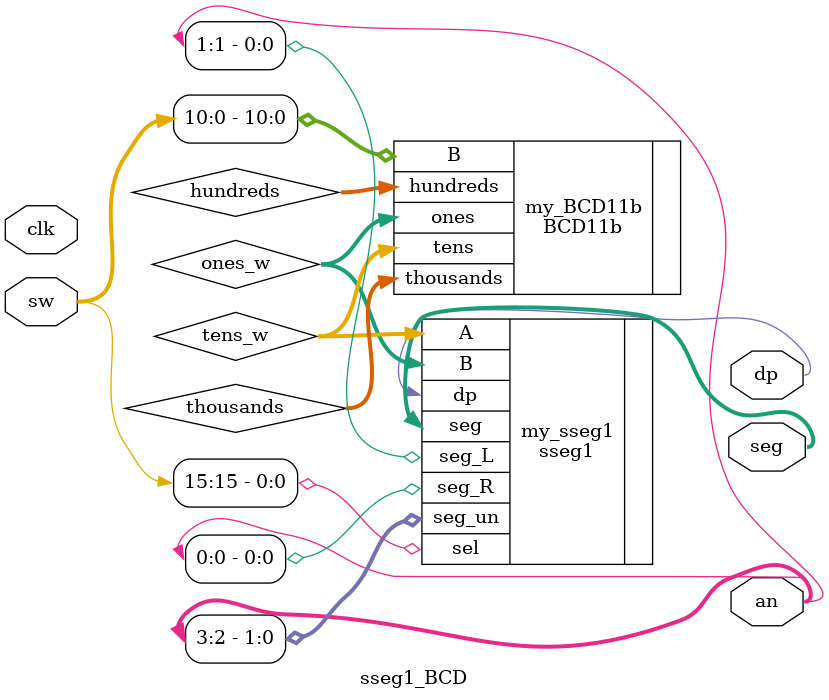
<source format=sv>
`timescale 1ns / 1ps


module sseg1_BCD(
 
  input [15:0] sw,
  input clk,
  output [3:0] an,
  output dp,
  output [6:0] seg
    );
    
wire  [3:0] thousands, hundreds, tens_w, ones_w;   
    
BCD11b my_BCD11b(
    .B(sw[10:0]),
    .thousands(thousands),
    .hundreds(hundreds),
    .tens(tens_w),
    .ones(ones_w)
    );    
    
sseg1 my_sseg1(
    .A(tens_w),
    .B(ones_w),
    .sel(sw[15]),
    .seg_un(an[3:2]),
    .dp(dp),
    .seg(seg),
    .seg_L(an[1]),
    .seg_R(an[0])
    );
    
   

endmodule

</source>
